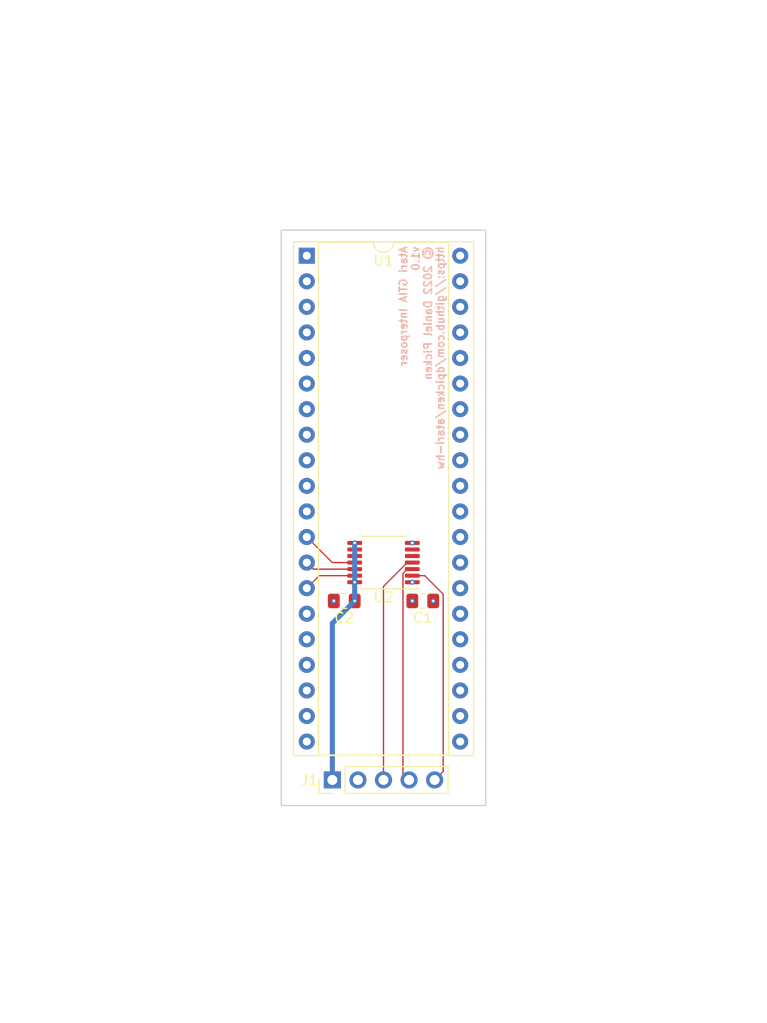
<source format=kicad_pcb>
(kicad_pcb (version 20211014) (generator pcbnew)
  (title_block (title "Atari GTIA Interposer") (date "2022-09-15") (rev "1.0"))
  (layers (0 "F.Cu" signal) (1 "In1.Cu" power) (2 "In2.Cu" power) (31 "B.Cu" signal) (34 "B.Paste" user) (35 "F.Paste" user) (36 "B.SilkS" user "B.Silkscreen") (37 "F.SilkS" user "F.Silkscreen") (38 "B.Mask" user) (39 "F.Mask" user) (44 "Edge.Cuts" user))
  (net 0 "")
  (net 1 "+5V")
  (net 2 "GND")
  (net 3 "+3V3")
  (net 4 "{slash}SW_START_3V3")
  (net 5 "{slash}SW_SELECT_3V3")
  (net 26 "{slash}SW_START")
  (net 28 "{slash}SW_SELECT")
  (net 30 "{slash}SW_OPTION")
  (net 48 "{slash}SW_OPTION_3V3")
  (footprint "Capacitor_SMD:C_0805_2012Metric_Pad1.18x1.45mm_HandSolder" (layer "F.Cu") (at 135.8 110.49 180)
    (fp_text reference "C2" (at 0 -1.68) (layer "F.SilkS"))
    (fp_text value "0.1uF")
    (fp_line (start -0.261252 -0.735) (end 0.261252 -0.735) (layer "F.SilkS") (width 0.12))
    (fp_line (start -0.261252 0.735) (end 0.261252 0.735) (layer "F.SilkS") (width 0.12))
    (pad "1" smd roundrect locked (at -1.0375 0 180) (size 1.175 1.45) (layers "F.Cu" "F.Paste" "F.Mask") (roundrect_rratio 0.2127659574) (net 3 "+3V3"))
    (pad "2" smd roundrect locked (at 1.0375 0 180) (size 1.175 1.45) (layers "F.Cu" "F.Paste" "F.Mask") (roundrect_rratio 0.2127659574) (net 2 "GND"))
  )
  (footprint "Package_SO:TSSOP-14_4.4x5mm_P0.65mm" (layer "F.Cu") (at 139.7 106.68 180)
    (fp_text reference "U2" (at 0 -3.45) (layer "F.SilkS"))
    (fp_text value "TXU0304")
    (fp_line (start 0 2.61) (end 2.2 2.61) (layer "F.SilkS") (width 0.12))
    (fp_line (start 0 -2.61) (end -3.6 -2.61) (layer "F.SilkS") (width 0.12))
    (fp_line (start 0 -2.61) (end 2.2 -2.61) (layer "F.SilkS") (width 0.12))
    (fp_line (start 0 2.61) (end -2.2 2.61) (layer "F.SilkS") (width 0.12))
    (pad "1" smd roundrect locked (at -2.8625 -1.95 180) (size 1.475 0.4) (layers "F.Cu" "F.Paste" "F.Mask") (net 1 "+5V"))
    (pad "2" smd roundrect locked (at -2.8625 -1.3 180) (size 1.475 0.4) (layers "F.Cu" "F.Paste" "F.Mask") (net 48 "{slash}SW_OPTION_3V3"))
    (pad "3" smd roundrect locked (at -2.8625 -0.65 180) (size 1.475 0.4) (layers "F.Cu" "F.Paste" "F.Mask") (net 5 "{slash}SW_SELECT_3V3"))
    (pad "4" smd roundrect locked (at -2.8625 0 180) (size 1.475 0.4) (layers "F.Cu" "F.Paste" "F.Mask") (net 4 "{slash}SW_START_3V3"))
    (pad "5" smd roundrect locked (at -2.8625 0.65 180) (size 1.475 0.4) (layers "F.Cu" "F.Paste" "F.Mask"))
    (pad "6" smd roundrect locked (at -2.8625 1.3 180) (size 1.475 0.4) (layers "F.Cu" "F.Paste" "F.Mask"))
    (pad "7" smd roundrect locked (at -2.8625 1.95 180) (size 1.475 0.4) (layers "F.Cu" "F.Paste" "F.Mask") (net 2 "GND"))
    (pad "8" smd roundrect locked (at 2.8625 1.95 180) (size 1.475 0.4) (layers "F.Cu" "F.Paste" "F.Mask") (net 3 "+3V3"))
    (pad "9" smd roundrect locked (at 2.8625 1.3 180) (size 1.475 0.4) (layers "F.Cu" "F.Paste" "F.Mask"))
    (pad "10" smd roundrect locked (at 2.8625 0.65 180) (size 1.475 0.4) (layers "F.Cu" "F.Paste" "F.Mask"))
    (pad "11" smd roundrect locked (at 2.8625 0 180) (size 1.475 0.4) (layers "F.Cu" "F.Paste" "F.Mask") (net 26 "{slash}SW_START"))
    (pad "12" smd roundrect locked (at 2.8625 -0.65 180) (size 1.475 0.4) (layers "F.Cu" "F.Paste" "F.Mask") (net 28 "{slash}SW_SELECT"))
    (pad "13" smd roundrect locked (at 2.8625 -1.3 180) (size 1.475 0.4) (layers "F.Cu" "F.Paste" "F.Mask") (net 30 "{slash}SW_OPTION"))
    (pad "14" smd roundrect locked (at 2.8625 -1.95 180) (size 1.475 0.4) (layers "F.Cu" "F.Paste" "F.Mask") (net 3 "+3V3"))
  )
  (footprint "Connector_PinHeader_2.54mm:PinHeader_1x05_P2.54mm_Vertical" (layer "F.Cu") (at 134.62 128.27 90)
    (fp_text reference "J1" (at 0 -2.286 180) (layer "F.SilkS"))
    (fp_text value "GTIA_INTERPOSER")
    (fp_line (start -1.33 1.27) (end 1.33 1.27) (layer "F.SilkS") (width 0.12))
    (fp_line (start -1.33 -1.33) (end 0 -1.33) (layer "F.SilkS") (width 0.12))
    (fp_line (start -1.33 0) (end -1.33 -1.33) (layer "F.SilkS") (width 0.12))
    (fp_line (start -1.33 1.27) (end -1.33 11.49) (layer "F.SilkS") (width 0.12))
    (fp_line (start 1.33 1.27) (end 1.33 11.49) (layer "F.SilkS") (width 0.12))
    (fp_line (start -1.33 11.49) (end 1.33 11.49) (layer "F.SilkS") (width 0.12))
    (pad "1" thru_hole rect locked (at 0 0 90) (size 1.7 1.7) (drill 1) (layers *.Cu *.Mask) (net 3 "+3V3"))
    (pad "2" thru_hole oval locked (at 0 2.54 90) (size 1.7 1.7) (drill 1) (layers *.Cu *.Mask) (net 2 "GND"))
    (pad "3" thru_hole oval locked (at 0 5.08 90) (size 1.7 1.7) (drill 1) (layers *.Cu *.Mask) (net 4 "{slash}SW_START_3V3"))
    (pad "4" thru_hole oval locked (at 0 7.62 90) (size 1.7 1.7) (drill 1) (layers *.Cu *.Mask) (net 5 "{slash}SW_SELECT_3V3"))
    (pad "5" thru_hole oval locked (at 0 10.16 90) (size 1.7 1.7) (drill 1) (layers *.Cu *.Mask) (net 48 "{slash}SW_OPTION_3V3"))
  )
  (footprint "Package_DIP:DIP-40_W15.24mm_Socket" (layer "F.Cu") (at 132.08 76.2)
    (fp_text reference "U1" (at 7.62 0.508) (layer "F.SilkS"))
    (fp_text value "Atari-GTIA")
    (fp_line (start -1.33 -1.39) (end -1.33 49.65) (layer "F.SilkS") (width 0.12))
    (fp_line (start 14.08 49.59) (end 14.08 -1.33) (layer "F.SilkS") (width 0.12))
    (fp_line (start -1.33 49.65) (end 16.57 49.65) (layer "F.SilkS") (width 0.12))
    (fp_line (start 16.57 49.65) (end 16.57 -1.39) (layer "F.SilkS") (width 0.12))
    (fp_line (start 1.16 -1.33) (end 1.16 49.59) (layer "F.SilkS") (width 0.12))
    (fp_line (start 14.08 -1.33) (end 8.62 -1.33) (layer "F.SilkS") (width 0.12))
    (fp_line (start 6.62 -1.33) (end 1.16 -1.33) (layer "F.SilkS") (width 0.12))
    (fp_line (start 1.16 49.59) (end 14.08 49.59) (layer "F.SilkS") (width 0.12))
    (fp_line (start 16.57 -1.39) (end -1.33 -1.39) (layer "F.SilkS") (width 0.12))
    (fp_arc (start 8.62 -1.33) (mid 7.62 -0.33) (end 6.62 -1.33) (layer "F.SilkS") (width 0.12))
    (pad "1" thru_hole rect locked (at 0 0) (size 1.6 1.6) (drill 0.8) (layers *.Cu *.Mask))
    (pad "2" thru_hole oval locked (at 0 2.54) (size 1.6 1.6) (drill 0.8) (layers *.Cu *.Mask))
    (pad "3" thru_hole oval locked (at 0 5.08) (size 1.6 1.6) (drill 0.8) (layers *.Cu *.Mask) (net 2 "GND"))
    (pad "4" thru_hole oval locked (at 0 7.62) (size 1.6 1.6) (drill 0.8) (layers *.Cu *.Mask))
    (pad "5" thru_hole oval locked (at 0 10.16) (size 1.6 1.6) (drill 0.8) (layers *.Cu *.Mask))
    (pad "6" thru_hole oval locked (at 0 12.7) (size 1.6 1.6) (drill 0.8) (layers *.Cu *.Mask))
    (pad "7" thru_hole oval locked (at 0 15.24) (size 1.6 1.6) (drill 0.8) (layers *.Cu *.Mask))
    (pad "8" thru_hole oval locked (at 0 17.78) (size 1.6 1.6) (drill 0.8) (layers *.Cu *.Mask))
    (pad "9" thru_hole oval locked (at 0 20.32) (size 1.6 1.6) (drill 0.8) (layers *.Cu *.Mask))
    (pad "10" thru_hole oval locked (at 0 22.86) (size 1.6 1.6) (drill 0.8) (layers *.Cu *.Mask))
    (pad "11" thru_hole oval locked (at 0 25.4) (size 1.6 1.6) (drill 0.8) (layers *.Cu *.Mask))
    (pad "12" thru_hole oval locked (at 0 27.94) (size 1.6 1.6) (drill 0.8) (layers *.Cu *.Mask) (net 26 "{slash}SW_START"))
    (pad "13" thru_hole oval locked (at 0 30.48) (size 1.6 1.6) (drill 0.8) (layers *.Cu *.Mask) (net 28 "{slash}SW_SELECT"))
    (pad "14" thru_hole oval locked (at 0 33.02) (size 1.6 1.6) (drill 0.8) (layers *.Cu *.Mask) (net 30 "{slash}SW_OPTION"))
    (pad "15" thru_hole oval locked (at 0 35.56) (size 1.6 1.6) (drill 0.8) (layers *.Cu *.Mask))
    (pad "16" thru_hole oval locked (at 0 38.1) (size 1.6 1.6) (drill 0.8) (layers *.Cu *.Mask))
    (pad "17" thru_hole oval locked (at 0 40.64) (size 1.6 1.6) (drill 0.8) (layers *.Cu *.Mask))
    (pad "18" thru_hole oval locked (at 0 43.18) (size 1.6 1.6) (drill 0.8) (layers *.Cu *.Mask))
    (pad "19" thru_hole oval locked (at 0 45.72) (size 1.6 1.6) (drill 0.8) (layers *.Cu *.Mask))
    (pad "20" thru_hole oval locked (at 0 48.26) (size 1.6 1.6) (drill 0.8) (layers *.Cu *.Mask))
    (pad "21" thru_hole oval locked (at 15.24 48.26) (size 1.6 1.6) (drill 0.8) (layers *.Cu *.Mask))
    (pad "22" thru_hole oval locked (at 15.24 45.72) (size 1.6 1.6) (drill 0.8) (layers *.Cu *.Mask))
    (pad "23" thru_hole oval locked (at 15.24 43.18) (size 1.6 1.6) (drill 0.8) (layers *.Cu *.Mask))
    (pad "24" thru_hole oval locked (at 15.24 40.64) (size 1.6 1.6) (drill 0.8) (layers *.Cu *.Mask))
    (pad "25" thru_hole oval locked (at 15.24 38.1) (size 1.6 1.6) (drill 0.8) (layers *.Cu *.Mask))
    (pad "26" thru_hole oval locked (at 15.24 35.56) (size 1.6 1.6) (drill 0.8) (layers *.Cu *.Mask))
    (pad "27" thru_hole oval locked (at 15.24 33.02) (size 1.6 1.6) (drill 0.8) (layers *.Cu *.Mask) (net 1 "+5V"))
    (pad "28" thru_hole oval locked (at 15.24 30.48) (size 1.6 1.6) (drill 0.8) (layers *.Cu *.Mask))
    (pad "29" thru_hole oval locked (at 15.24 27.94) (size 1.6 1.6) (drill 0.8) (layers *.Cu *.Mask))
    (pad "30" thru_hole oval locked (at 15.24 25.4) (size 1.6 1.6) (drill 0.8) (layers *.Cu *.Mask))
    (pad "31" thru_hole oval locked (at 15.24 22.86) (size 1.6 1.6) (drill 0.8) (layers *.Cu *.Mask))
    (pad "32" thru_hole oval locked (at 15.24 20.32) (size 1.6 1.6) (drill 0.8) (layers *.Cu *.Mask))
    (pad "33" thru_hole oval locked (at 15.24 17.78) (size 1.6 1.6) (drill 0.8) (layers *.Cu *.Mask))
    (pad "34" thru_hole oval locked (at 15.24 15.24) (size 1.6 1.6) (drill 0.8) (layers *.Cu *.Mask))
    (pad "35" thru_hole oval locked (at 15.24 12.7) (size 1.6 1.6) (drill 0.8) (layers *.Cu *.Mask))
    (pad "36" thru_hole oval locked (at 15.24 10.16) (size 1.6 1.6) (drill 0.8) (layers *.Cu *.Mask))
    (pad "37" thru_hole oval locked (at 15.24 7.62) (size 1.6 1.6) (drill 0.8) (layers *.Cu *.Mask))
    (pad "38" thru_hole oval locked (at 15.24 5.08) (size 1.6 1.6) (drill 0.8) (layers *.Cu *.Mask))
    (pad "39" thru_hole oval locked (at 15.24 2.54) (size 1.6 1.6) (drill 0.8) (layers *.Cu *.Mask))
    (pad "40" thru_hole oval locked (at 15.24 0) (size 1.6 1.6) (drill 0.8) (layers *.Cu *.Mask))
  )
  (footprint "Capacitor_SMD:C_0805_2012Metric_Pad1.18x1.45mm_HandSolder" (layer "F.Cu") (at 143.6 110.49)
    (fp_text reference "C1" (at 0 1.68) (layer "F.SilkS"))
    (fp_text value "0.1uF")
    (fp_line (start -0.261252 0.735) (end 0.261252 0.735) (layer "F.SilkS") (width 0.12))
    (fp_line (start -0.261252 -0.735) (end 0.261252 -0.735) (layer "F.SilkS") (width 0.12))
    (pad "1" smd roundrect locked (at -1.0375 0) (size 1.175 1.45) (layers "F.Cu" "F.Paste" "F.Mask") (roundrect_rratio 0.2127659574) (net 1 "+5V"))
    (pad "2" smd roundrect locked (at 1.0375 0) (size 1.175 1.45) (layers "F.Cu" "F.Paste" "F.Mask") (roundrect_rratio 0.2127659574) (net 2 "GND"))
  )
  (gr_rect (start 129.54 73.66) (end 149.86 130.81) (layer "Edge.Cuts") (width 0.127) (fill none))
  (gr_rect (start 149.86 130.81) (end 149.86 130.81) (layer "Edge.Cuts") (width 0.127) (fill none))
  (gr_text "Atari GTIA Interposer\nv1.0\n© 2022 Daniel Picken\nhttps://github.com/dpicken/atari-hw" (at 143.51 75.184 -270) (layer "B.SilkS") (effects (font (size 0.762 0.762) (thickness 0.1524)) (justify left mirror)))
  (via (at 142.5625 110.49) (size 0.508) (drill 0.254) (layers "F.Cu" "B.Cu") (net 1))
  (via (at 142.5625 108.63) (size 0.508) (drill 0.254) (layers "F.Cu" "B.Cu") (net 1))
  (via (at 134.7625 110.49) (size 0.508) (drill 0.254) (layers "F.Cu" "B.Cu") (net 2))
  (via (at 144.6375 110.49) (size 0.508) (drill 0.254) (layers "F.Cu" "B.Cu") (net 2))
  (via (at 142.5625 104.73) (size 0.508) (drill 0.254) (layers "F.Cu" "B.Cu") (net 2))
  (via (at 136.8375 108.63) (size 0.508) (drill 0.254) (layers "F.Cu" "B.Cu") (net 3))
  (via (at 136.8375 104.73) (size 0.508) (drill 0.254) (layers "F.Cu" "B.Cu") (net 3))
  (via (at 136.8375 110.49) (size 0.508) (drill 0.254) (layers "F.Cu" "B.Cu") (net 3))
  (segment (start 136.8375 110.49) (end 134.62 112.7075) (width 0.508) (layer "B.Cu") (net 3))
  (segment (start 136.8375 110.49) (end 136.8375 108.63) (width 0.508) (layer "B.Cu") (net 3))
  (segment (start 136.8375 108.63) (end 136.8375 104.73) (width 0.508) (layer "B.Cu") (net 3))
  (segment (start 134.62 112.7075) (end 134.62 128.27) (width 0.508) (layer "B.Cu") (net 3))
  (segment (start 139.7 109.04485) (end 139.7 128.27) (width 0.127) (layer "F.Cu") (net 4))
  (segment (start 142.5625 106.68) (end 142.06485 106.68) (width 0.127) (layer "F.Cu") (net 4))
  (segment (start 142.06485 106.68) (end 139.7 109.04485) (width 0.127) (layer "F.Cu") (net 4))
  (segment (start 141.63498 107.75987) (end 141.63498 127.66498) (width 0.127) (layer "F.Cu") (net 5))
  (segment (start 141.63498 127.66498) (end 142.24 128.27) (width 0.127) (layer "F.Cu") (net 5))
  (segment (start 142.06485 107.33) (end 141.63498 107.75987) (width 0.127) (layer "F.Cu") (net 5))
  (segment (start 142.5625 107.33) (end 142.06485 107.33) (width 0.127) (layer "F.Cu") (net 5))
  (segment (start 132.08 104.14) (end 134.62 106.68) (width 0.127) (layer "F.Cu") (net 26))
  (segment (start 134.62 106.68) (end 136.8375 106.68) (width 0.127) (layer "F.Cu") (net 26))
  (segment (start 132.08 106.68) (end 132.73 107.33) (width 0.127) (layer "F.Cu") (net 28))
  (segment (start 132.73 107.33) (end 136.8375 107.33) (width 0.127) (layer "F.Cu") (net 28))
  (segment (start 132.08 109.22) (end 133.32 107.98) (width 0.127) (layer "F.Cu") (net 30))
  (segment (start 133.32 107.98) (end 136.8375 107.98) (width 0.127) (layer "F.Cu") (net 30))
  (segment (start 145.63 127.42) (end 145.63 109.816) (width 0.127) (layer "F.Cu") (net 48))
  (segment (start 143.794 107.98) (end 142.5625 107.98) (width 0.127) (layer "F.Cu") (net 48))
  (segment (start 145.63 109.816) (end 143.794 107.98) (width 0.127) (layer "F.Cu") (net 48))
  (segment (start 144.78 128.27) (end 145.63 127.42) (width 0.127) (layer "F.Cu") (net 48))
)
</source>
